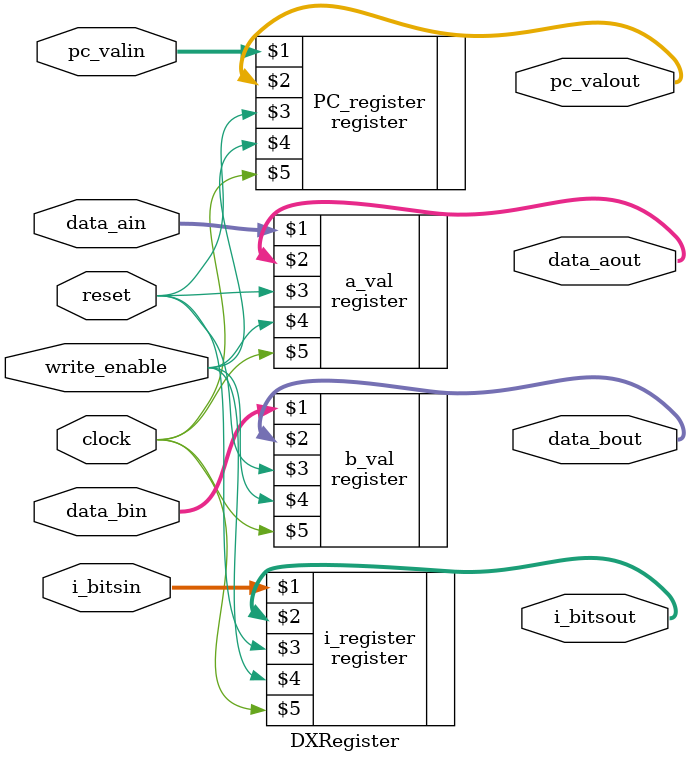
<source format=v>
module DXRegister(data_ain,data_bin,data_aout,data_bout,pc_valin,pc_valout,i_bitsin,i_bitsout,clock,write_enable,reset);

    input[31:0] pc_valin,i_bitsin,data_ain,data_bin;
    output[31:0] pc_valout,i_bitsout,data_aout,data_bout;
    input clock,write_enable,reset;

    register PC_register(pc_valin,pc_valout,reset,write_enable,clock);
    register i_register(i_bitsin,i_bitsout,reset,write_enable,clock);
    register a_val(data_ain,data_aout,reset,write_enable,clock);
    register b_val(data_bin,data_bout,reset,write_enable,clock);



endmodule
</source>
